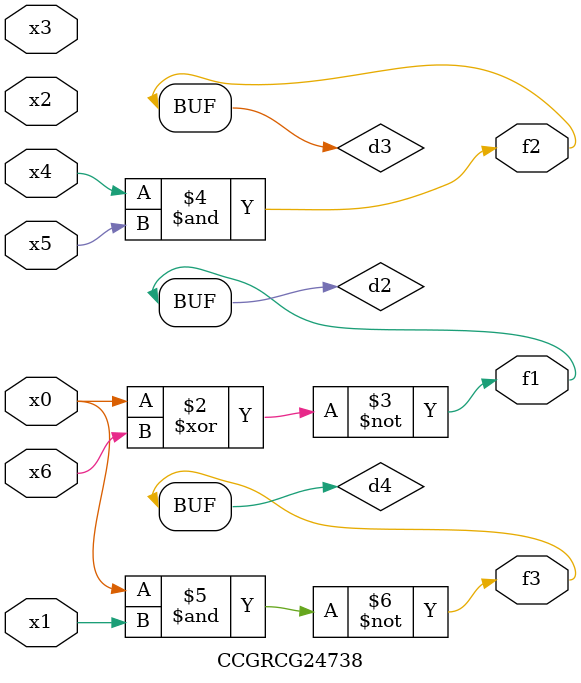
<source format=v>
module CCGRCG24738(
	input x0, x1, x2, x3, x4, x5, x6,
	output f1, f2, f3
);

	wire d1, d2, d3, d4;

	nor (d1, x0);
	xnor (d2, x0, x6);
	and (d3, x4, x5);
	nand (d4, x0, x1);
	assign f1 = d2;
	assign f2 = d3;
	assign f3 = d4;
endmodule

</source>
